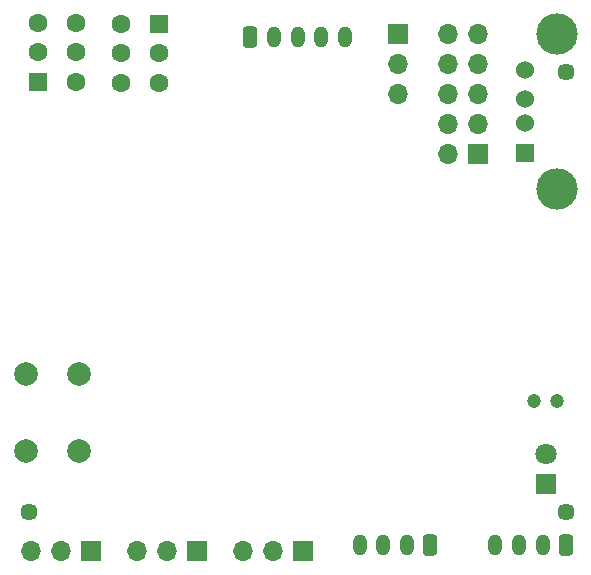
<source format=gbr>
%TF.GenerationSoftware,KiCad,Pcbnew,7.0.5*%
%TF.CreationDate,2023-08-23T03:28:24+02:00*%
%TF.ProjectId,STM32_DevBoard,53544d33-325f-4446-9576-426f6172642e,rev?*%
%TF.SameCoordinates,Original*%
%TF.FileFunction,Soldermask,Bot*%
%TF.FilePolarity,Negative*%
%FSLAX46Y46*%
G04 Gerber Fmt 4.6, Leading zero omitted, Abs format (unit mm)*
G04 Created by KiCad (PCBNEW 7.0.5) date 2023-08-23 03:28:24*
%MOMM*%
%LPD*%
G01*
G04 APERTURE LIST*
G04 Aperture macros list*
%AMRoundRect*
0 Rectangle with rounded corners*
0 $1 Rounding radius*
0 $2 $3 $4 $5 $6 $7 $8 $9 X,Y pos of 4 corners*
0 Add a 4 corners polygon primitive as box body*
4,1,4,$2,$3,$4,$5,$6,$7,$8,$9,$2,$3,0*
0 Add four circle primitives for the rounded corners*
1,1,$1+$1,$2,$3*
1,1,$1+$1,$4,$5*
1,1,$1+$1,$6,$7*
1,1,$1+$1,$8,$9*
0 Add four rect primitives between the rounded corners*
20,1,$1+$1,$2,$3,$4,$5,0*
20,1,$1+$1,$4,$5,$6,$7,0*
20,1,$1+$1,$6,$7,$8,$9,0*
20,1,$1+$1,$8,$9,$2,$3,0*%
G04 Aperture macros list end*
%ADD10R,1.524000X1.524000*%
%ADD11C,1.524000*%
%ADD12C,3.500000*%
%ADD13RoundRect,0.250000X-0.350000X-0.650000X0.350000X-0.650000X0.350000X0.650000X-0.350000X0.650000X0*%
%ADD14O,1.200000X1.800000*%
%ADD15RoundRect,0.250000X0.350000X0.650000X-0.350000X0.650000X-0.350000X-0.650000X0.350000X-0.650000X0*%
%ADD16C,1.448000*%
%ADD17C,1.800000*%
%ADD18R,1.800000X1.800000*%
%ADD19R,1.600000X1.600000*%
%ADD20C,1.600000*%
%ADD21R,1.700000X1.700000*%
%ADD22O,1.700000X1.700000*%
%ADD23C,1.200000*%
%ADD24C,2.000000*%
G04 APERTURE END LIST*
D10*
%TO.C,J5*%
X174000000Y-78300000D03*
D11*
X174000000Y-75800000D03*
X174000000Y-73800000D03*
X174000000Y-71300000D03*
D12*
X176710000Y-81370000D03*
X176710000Y-68230000D03*
%TD*%
D13*
%TO.C,J8*%
X150750000Y-68550000D03*
D14*
X152750000Y-68550000D03*
X154750000Y-68550000D03*
X156750000Y-68550000D03*
X158750000Y-68550000D03*
%TD*%
D15*
%TO.C,J1*%
X177500000Y-111550000D03*
D14*
X175500000Y-111550000D03*
X173500000Y-111550000D03*
X171500000Y-111550000D03*
%TD*%
%TO.C,J10*%
X160000000Y-111550000D03*
X162000000Y-111550000D03*
X164000000Y-111550000D03*
D15*
X166000000Y-111550000D03*
%TD*%
D16*
%TO.C,H4*%
X177500000Y-71500000D03*
%TD*%
%TO.C,H4*%
X177500000Y-108750000D03*
%TD*%
%TO.C,H4*%
X132000000Y-108750000D03*
%TD*%
D17*
%TO.C,D2*%
X175750000Y-103785000D03*
D18*
X175750000Y-106325000D03*
%TD*%
D19*
%TO.C,SW3*%
X132750000Y-72300000D03*
D20*
X132750000Y-69800000D03*
X132750000Y-67300000D03*
X135950000Y-72300000D03*
X135950000Y-69800000D03*
X135950000Y-67300000D03*
%TD*%
D19*
%TO.C,SW1*%
X143000000Y-67392500D03*
D20*
X143000000Y-69892500D03*
X143000000Y-72392500D03*
X139800000Y-67392500D03*
X139800000Y-69892500D03*
X139800000Y-72392500D03*
%TD*%
D21*
%TO.C,J3*%
X146250000Y-112050000D03*
D22*
X143710000Y-112050000D03*
X141170000Y-112050000D03*
%TD*%
D23*
%TO.C,C14*%
X174750000Y-99300000D03*
X176750000Y-99300000D03*
%TD*%
D24*
%TO.C,SW2*%
X131750000Y-103550000D03*
X131750000Y-97050000D03*
X136250000Y-103550000D03*
X136250000Y-97050000D03*
%TD*%
D21*
%TO.C,J6*%
X170000000Y-78375000D03*
D22*
X167460000Y-78375000D03*
X170000000Y-75835000D03*
X167460000Y-75835000D03*
X170000000Y-73295000D03*
X167460000Y-73295000D03*
X170000000Y-70755000D03*
X167460000Y-70755000D03*
X170000000Y-68215000D03*
X167460000Y-68215000D03*
%TD*%
D21*
%TO.C,J12*%
X137250000Y-112050000D03*
D22*
X134710000Y-112050000D03*
X132170000Y-112050000D03*
%TD*%
D21*
%TO.C,J11*%
X155250000Y-112050000D03*
D22*
X152710000Y-112050000D03*
X150170000Y-112050000D03*
%TD*%
D21*
%TO.C,J9*%
X163250000Y-68260000D03*
D22*
X163250000Y-70800000D03*
X163250000Y-73340000D03*
%TD*%
M02*

</source>
